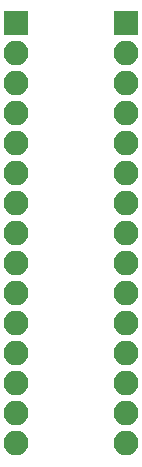
<source format=gbr>
G04 #@! TF.GenerationSoftware,KiCad,Pcbnew,5.0.0-rc3-6a2723a~65~ubuntu17.10.1*
G04 #@! TF.CreationDate,2018-07-07T11:56:26+09:00*
G04 #@! TF.ProjectId,spacer_pcb,7370616365725F7063622E6B69636164,rev?*
G04 #@! TF.SameCoordinates,Original*
G04 #@! TF.FileFunction,Soldermask,Bot*
G04 #@! TF.FilePolarity,Negative*
%FSLAX46Y46*%
G04 Gerber Fmt 4.6, Leading zero omitted, Abs format (unit mm)*
G04 Created by KiCad (PCBNEW 5.0.0-rc3-6a2723a~65~ubuntu17.10.1) date Sat Jul  7 11:56:26 2018*
%MOMM*%
%LPD*%
G01*
G04 APERTURE LIST*
%ADD10O,2.100000X2.100000*%
%ADD11R,2.100000X2.100000*%
G04 APERTURE END LIST*
D10*
G04 #@! TO.C,J1*
X131220000Y-99110800D03*
X131220000Y-96570800D03*
X131220000Y-94030800D03*
X131220000Y-91490800D03*
X131220000Y-88950800D03*
X131220000Y-86410800D03*
X131220000Y-83870800D03*
X131220000Y-81330800D03*
X131220000Y-78790800D03*
X131220000Y-76250800D03*
X131220000Y-73710800D03*
X131220000Y-71170800D03*
X131220000Y-68630800D03*
X131220000Y-66090800D03*
D11*
X131220000Y-63550800D03*
G04 #@! TD*
G04 #@! TO.C,J3*
X140580000Y-63550800D03*
D10*
X140580000Y-66090800D03*
X140580000Y-68630800D03*
X140580000Y-71170800D03*
X140580000Y-73710800D03*
X140580000Y-76250800D03*
X140580000Y-78790800D03*
X140580000Y-81330800D03*
X140580000Y-83870800D03*
X140580000Y-86410800D03*
X140580000Y-88950800D03*
X140580000Y-91490800D03*
X140580000Y-94030800D03*
X140580000Y-96570800D03*
X140580000Y-99110800D03*
G04 #@! TD*
M02*

</source>
